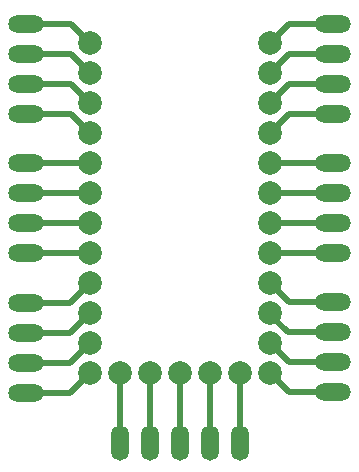
<source format=gtl>
%FSLAX33Y33*%
%MOMM*%
%AMRR-H1500000-W3000000-R750000-RO0.000*
21,1,1.5,1.5,0.,0.,360*
1,1,1.5,-0.75,0.*
1,1,1.5,0.75,0.*
1,1,1.5,0.75,-0.*
1,1,1.5,-0.75,0.*%
%AMRR-H1500000-W3000000-R750000-RO1.000*
21,1,1.5,1.5,0.,0.,180*
1,1,1.5,0.75,-0.*
1,1,1.5,-0.75,-0.*
1,1,1.5,-0.75,0.*
1,1,1.5,0.75,0.*%
%AMRR-H1500000-W3000000-R750000-RO1.500*
21,1,1.5,1.5,0.,0.,90*
1,1,1.5,-0.,-0.75*
1,1,1.5,-0.,0.75*
1,1,1.5,0.,0.75*
1,1,1.5,0.,-0.75*%
%ADD10C,0.508*%
%ADD11RR-H1500000-W3000000-R750000-RO0.000*%
%ADD12RR-H1500000-W3000000-R750000-RO1.000*%
%ADD13C,2.*%
%ADD14RR-H1500000-W3000000-R750000-RO1.500*%
D10*
%LNtop copper_traces*%
G01*
X31852Y37440D02*
X35585Y37440D01*
X30226Y28194D02*
X35585Y28194D01*
X14986Y33274D02*
X13360Y34900D01*
X14986Y12954D02*
X13335Y11303D01*
X14986Y35814D02*
X13360Y37440D01*
X30226Y30734D02*
X35585Y30734D01*
X14986Y38354D02*
X13360Y39980D01*
X9601Y16383D02*
X13335Y16383D01*
X14986Y20574D02*
X13335Y18923D01*
X30226Y20574D02*
X31853Y18947D01*
X35585Y18947*
X30226Y38354D02*
X31852Y39980D01*
X35585Y39980*
X14986Y25654D02*
X9601Y25654D01*
X14986Y28194D02*
X9601Y28194D01*
X9601Y18923D02*
X13335Y18923D01*
X30226Y12954D02*
X31853Y11327D01*
X9601Y34900D02*
X13360Y34900D01*
X30226Y15494D02*
X31853Y13867D01*
X31853Y11327D02*
X35585Y11327D01*
X9601Y42520D02*
X13360Y42520D01*
X14986Y15494D02*
X13335Y13843D01*
X25146Y12954D02*
X25146Y7036D01*
X9601Y37440D02*
X13360Y37440D01*
X14986Y18034D02*
X13335Y16383D01*
X30226Y35814D02*
X31852Y37440D01*
X17526Y12954D02*
X17526Y7036D01*
X30226Y25654D02*
X35585Y25654D01*
X31852Y34900D02*
X35585Y34900D01*
X30226Y17907D02*
X31726Y16407D01*
X30226Y33274D02*
X31852Y34900D01*
X9601Y11303D02*
X13335Y11303D01*
X31852Y42520D02*
X35585Y42520D01*
X22606Y12954D02*
X22606Y7036D01*
X31726Y16407D02*
X35585Y16407D01*
X30226Y40894D02*
X31852Y42520D01*
X14986Y40894D02*
X13360Y42520D01*
X27686Y12954D02*
X27686Y7036D01*
X14986Y30734D02*
X9601Y30734D01*
X30226Y23114D02*
X35585Y23114D01*
X9601Y13843D02*
X13335Y13843D01*
X31853Y13867D02*
X35585Y13867D01*
X14986Y23114D02*
X9601Y23114D01*
X9601Y39980D02*
X13360Y39980D01*
X20066Y12954D02*
X20066Y7036D01*
%LNtop copper component 3d45d2e2db06df1d*%
D11*
X9601Y18923D03*
X9601Y16383D03*
X9601Y13843D03*
X9601Y11303D03*
%LNtop copper component a203c9d8601a111d*%
D12*
X35585Y23114D03*
X35585Y25654D03*
X35585Y28194D03*
X35585Y30734D03*
%LNtop copper component 2107499bac4653bb*%
X35585Y34900D03*
X35585Y37440D03*
X35585Y39980D03*
X35585Y42520D03*
%LNtop copper component b6efed6a83d816d4*%
D11*
X9601Y30734D03*
X9601Y28194D03*
X9601Y25654D03*
X9601Y23114D03*
%LNtop copper component de9b23b3ca07d20f*%
D12*
X35585Y11327D03*
X35585Y13867D03*
X35585Y16407D03*
X35585Y18947D03*
%LNtop copper component 1fd8dfbc606b4cc2*%
D13*
X30226Y40894D03*
X30226Y38354D03*
X30226Y35814D03*
X30226Y33274D03*
X30226Y30734D03*
X30226Y28194D03*
X30226Y25654D03*
X30226Y23114D03*
X30226Y20574D03*
X30226Y18034D03*
X30226Y15494D03*
X30226Y12954D03*
X27686Y12954D03*
X25146Y12954D03*
X22606Y12954D03*
X20066Y12954D03*
X17526Y12954D03*
X14986Y12954D03*
X14986Y15494D03*
X14986Y18034D03*
X14986Y20574D03*
X14986Y23114D03*
X14986Y25654D03*
X14986Y28194D03*
X14986Y30734D03*
X14986Y33274D03*
X14986Y35814D03*
X14986Y38354D03*
X14986Y40894D03*
%LNtop copper component 033f7e3a28d45462*%
D11*
X9601Y42520D03*
X9601Y39980D03*
X9601Y37440D03*
X9601Y34900D03*
%LNtop copper component 0209c6da91707408*%
D14*
X17526Y7036D03*
X20066Y7036D03*
X22606Y7036D03*
X25146Y7036D03*
X27686Y7036D03*
M02*
</source>
